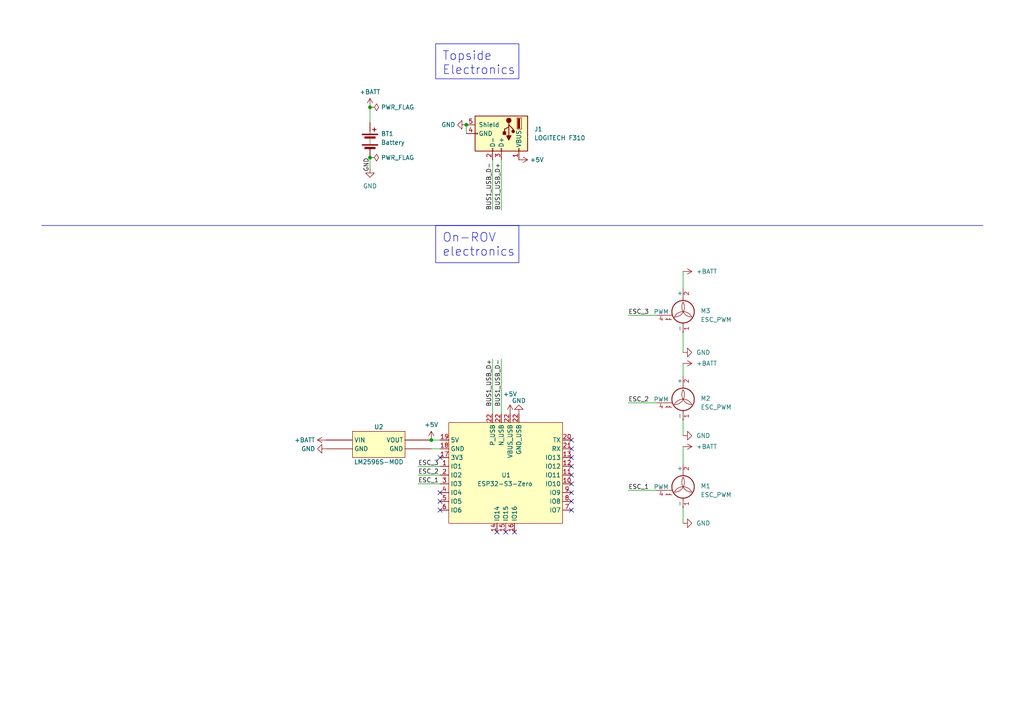
<source format=kicad_sch>
(kicad_sch (version 20230121) (generator eeschema)
  (paper "A4")
  (title_block (title "DESN1000 ELECTRICAL LAYOUT") (rev "v0.1") (company "Team 2"))
  (lib_symbols
    (symbol "Connector:USB_A" (pin_names (offset 1.016))
      (property "Reference" "J" (at -5.08 11.43 0))
      (property "Value" "USB_A" (at -5.08 8.89 0))
      (symbol "USB_A_0_1"
        (rectangle (start -5.08 -7.62) (end 5.08 7.62) (stroke (width 0.254)) (fill (type background)))
        (circle (center -3.81 2.159) (radius 0.635) (stroke (width 0.254)) (fill (type outline)))
        (rectangle (start -1.524 4.826) (end -4.318 5.334) (fill (type outline)))
        (rectangle (start -1.27 4.572) (end -4.572 5.842))
        (circle (center -0.635 3.429) (radius 0.381) (stroke (width 0.254)) (fill (type outline)))
        (rectangle (start -0.127 -7.62) (end 0.127 -6.858))
        (polyline (pts (xy -3.175 2.159) (xy -2.54 2.159) (xy -1.27 3.429) (xy -0.635 3.429)) (stroke (width 0.254)))
        (polyline (pts (xy -2.54 2.159) (xy -1.905 2.159) (xy -1.27 0.889) (xy 0 0.889)) (stroke (width 0.254)))
        (polyline (pts (xy 0.635 2.794) (xy 0.635 1.524) (xy 1.905 2.159) (xy 0.635 2.794)) (stroke (width 0.254)) (fill (type outline)))
        (rectangle (start 0.254 1.27) (end -0.508 0.508) (stroke (width 0.254)) (fill (type outline)))
        (rectangle (start 5.08 -2.667) (end 4.318 -2.413))
        (rectangle (start 5.08 -0.127) (end 4.318 0.127))
        (rectangle (start 5.08 4.953) (end 4.318 5.207))
      )
      (symbol "USB_A_1_1"
        (polyline (pts (xy -1.905 2.159) (xy 0.635 2.159)) (stroke (width 0.254)))
        (pin power_in line (at 7.62 5.08 180) (length 2.54) (name "VBUS") (number "1"))
        (pin bidirectional line (at 7.62 -2.54 180) (length 2.54) (name "D-") (number "2"))
        (pin bidirectional line (at 7.62 0 180) (length 2.54) (name "D+") (number "3"))
        (pin power_in line (at 0 -10.16 90) (length 2.54) (name "GND") (number "4"))
        (pin passive line (at -2.54 -10.16 90) (length 2.54) (name "Shield") (number "5"))
      )
    )
    (symbol "Device:Battery" (pin_numbers hide) (pin_names (offset 0) hide)
      (property "Reference" "BT" (at 2.54 2.54 0))
      (property "Value" "Battery" (at 2.54 0 0))
      (symbol "Battery_0_1"
        (rectangle (start -2.286 -1.27) (end 2.286 -1.524) (fill (type outline)))
        (rectangle (start -2.286 1.778) (end 2.286 1.524) (fill (type outline)))
        (rectangle (start -1.524 -2.032) (end 1.524 -2.54) (fill (type outline)))
        (rectangle (start -1.524 1.016) (end 1.524 0.508) (fill (type outline)))
        (polyline (pts (xy 0 -1.016) (xy 0 -0.762)))
        (polyline (pts (xy 0 -0.508) (xy 0 -0.254)))
        (polyline (pts (xy 0 0) (xy 0 0.254)))
        (polyline (pts (xy 0 1.778) (xy 0 2.54)))
        (polyline (pts (xy 0.762 3.048) (xy 1.778 3.048)) (stroke (width 0.254)))
        (polyline (pts (xy 1.27 3.556) (xy 1.27 2.54)) (stroke (width 0.254)))
      )
      (symbol "Battery_1_1"
        (pin passive line (at 0 5.08 270) (length 2.54) (name "+") (number "1"))
        (pin passive line (at 0 -5.08 90) (length 2.54) (name "-") (number "2"))
      )
    )
    (symbol "PROJECT_SYM:ESC_PWM" (pin_names (offset 0))
      (property "Reference" "M" (at 2.54 5.08 0))
      (property "Value" "ESC_PWM" (at 2.54 -2.54 0))
      (symbol "ESC_PWM_0_1"
        (arc (start -2.54 -0.508) (mid 0.0028 0.9121) (end 0 3.81))
        (polyline (pts (xy -5.08 0) (xy -3.0988 0)))
        (polyline (pts (xy 0 -5.08) (xy 0 -4.572)))
        (polyline (pts (xy 0 -2.2352) (xy 0 -2.6416)))
        (polyline (pts (xy 0 4.2672) (xy 0 4.6228)))
        (polyline (pts (xy 0 4.572) (xy 0 5.08)))
        (polyline (pts (xy -5.08 -1.27) (xy -4.826 -1.27) (xy -4.826 -1.016) (xy -4.572 -1.016) (xy -4.572 -1.27) (xy -4.064 -1.27) (xy -4.064 -1.016) (xy -3.81 -1.016) (xy -3.81 -1.27) (xy -3.302 -1.27)))
        (circle (center 0 1.016) (radius 3.2512) (stroke (width 0.254)))
        (arc (start 0 3.81) (mid 0.053 0.921) (end 2.54 -0.508))
        (arc (start 2.54 -0.508) (mid 0 1.0618) (end -2.54 -0.508))
      )
      (symbol "ESC_PWM_1_1"
        (pin passive line (at 0 -5.08 90) (length 2.54) (name "-") (number "1"))
        (pin input line (at 0 7.62 270) (length 2.54) (name "+") (number "2"))
        (pin input line (at -7.62 0 0) (length 2.54) (name "PWM") (number "4"))
      )
    )
    (symbol "PROJECT_SYM:ESP32-S3-Zero"
      (property "Reference" "U" (at 0 0 0))
      (property "Value" "ESP32-S3-Zero" (at 0 -2.54 0))
      (symbol "ESP32-S3-Zero_1_1"
        (rectangle (start -16.51 15.24) (end 16.51 -13.97) (fill (type background)))
        (pin bidirectional line (at -19.05 2.54 0) (length 2.54) (name "IO1") (number "1"))
        (pin bidirectional line (at 19.05 -2.54 180) (length 2.54) (name "IO10") (number "10"))
        (pin bidirectional line (at 19.05 0 180) (length 2.54) (name "IO11") (number "11"))
        (pin bidirectional line (at 19.05 2.54 180) (length 2.54) (name "IO12") (number "12"))
        (pin bidirectional line (at 19.05 5.08 180) (length 2.54) (name "IO13") (number "13"))
        (pin bidirectional line (at -2.54 -16.51 90) (length 2.54) (name "IO14") (number "14"))
        (pin bidirectional line (at 0 -16.51 90) (length 2.54) (name "IO15") (number "15"))
        (pin bidirectional line (at 2.54 -16.51 90) (length 2.54) (name "IO16") (number "16"))
        (pin power_in line (at -19.05 5.08 0) (length 2.54) (name "3V3") (number "17"))
        (pin power_in line (at -19.05 7.62 0) (length 2.54) (name "GND") (number "18"))
        (pin power_in line (at -19.05 10.16 0) (length 2.54) (name "5V") (number "19"))
        (pin bidirectional line (at -19.05 0 0) (length 2.54) (name "IO2") (number "2"))
        (pin output line (at 19.05 10.16 180) (length 2.54) (name "TX") (number "20"))
        (pin input line (at 19.05 7.62 180) (length 2.54) (name "RX") (number "21"))
        (pin power_in line (at 3.81 17.78 270) (length 2.54) (name "GND_USB") (number "22"))
        (pin bidirectional line (at -1.27 17.78 270) (length 2.54) (name "N_USB") (number "22"))
        (pin bidirectional line (at -3.81 17.78 270) (length 2.54) (name "P_USB") (number "22"))
        (pin power_in line (at 1.27 17.78 270) (length 2.54) (name "VBUS_USB") (number "22"))
        (pin bidirectional line (at -19.05 -2.54 0) (length 2.54) (name "IO3") (number "3"))
        (pin bidirectional line (at -19.05 -5.08 0) (length 2.54) (name "IO4") (number "4"))
        (pin bidirectional line (at -19.05 -7.62 0) (length 2.54) (name "IO5") (number "5"))
        (pin bidirectional line (at -19.05 -10.16 0) (length 2.54) (name "IO6") (number "6"))
        (pin bidirectional line (at 19.05 -10.16 180) (length 2.54) (name "IO7") (number "7"))
        (pin bidirectional line (at 19.05 -7.62 180) (length 2.54) (name "IO8") (number "8"))
        (pin bidirectional line (at 19.05 -5.08 180) (length 2.54) (name "IO9") (number "9"))
      )
    )
    (symbol "PROJECT_SYM:LM2596S-MOD"
      (property "Reference" "U" (at 0 -5.08 0))
      (property "Value" "LM2596S-MOD" (at 0 -7.62 0))
      (symbol "LM2596S-MOD_1_1"
        (rectangle (start -7.62 3.81) (end 7.62 -3.81) (fill (type background)))
        (pin power_in line (at -15.24 -1.27 0) (length 7.62) (name "GND") (number ""))
        (pin power_out line (at 15.24 -1.27 180) (length 7.62) (name "GND") (number ""))
        (pin power_in line (at -15.24 1.27 0) (length 7.62) (name "VIN") (number ""))
        (pin power_out line (at 15.24 1.27 180) (length 7.62) (name "VOUT") (number ""))
      )
    )
    (symbol "power:+5V" (power) (pin_names (offset 0))
      (property "Value" "+5V" (at 0 3.556 0))
      (symbol "+5V_0_1"
        (polyline (pts (xy -0.762 1.27) (xy 0 2.54)))
        (polyline (pts (xy 0 0) (xy 0 2.54)))
        (polyline (pts (xy 0 2.54) (xy 0.762 1.27)))
      )
      (symbol "+5V_1_1"
        (pin power_in line (at 0 0 90) (length 0) hide (name "+5V") (number "1"))
      )
    )
    (symbol "power:+BATT" (power) (pin_names (offset 0))
      (property "Value" "+BATT" (at 0 3.556 0))
      (symbol "+BATT_0_1"
        (polyline (pts (xy -0.762 1.27) (xy 0 2.54)))
        (polyline (pts (xy 0 0) (xy 0 2.54)))
        (polyline (pts (xy 0 2.54) (xy 0.762 1.27)))
      )
      (symbol "+BATT_1_1"
        (pin power_in line (at 0 0 90) (length 0) hide (name "+BATT") (number "1"))
      )
    )
    (symbol "power:GND" (power) (pin_names (offset 0))
      (property "Value" "GND" (at 0 -3.81 0))
      (symbol "GND_0_1"
        (polyline (pts (xy 0 0) (xy 0 -1.27) (xy 1.27 -1.27) (xy 0 -2.54) (xy -1.27 -1.27) (xy 0 -1.27)))
      )
      (symbol "GND_1_1"
        (pin power_in line (at 0 0 270) (length 0) hide (name "GND") (number "1"))
      )
    )
    (symbol "power:PWR_FLAG" (power) (pin_numbers hide) (pin_names (offset 0) hide)
      (property "Value" "PWR_FLAG" (at 0 3.81 0))
      (symbol "PWR_FLAG_0_0"
        (pin power_out line (at 0 0 90) (length 0) (name "pwr") (number "1"))
      )
      (symbol "PWR_FLAG_0_1"
        (polyline (pts (xy 0 0) (xy 0 1.27) (xy -1.016 1.905) (xy 0 2.54) (xy 1.016 1.905) (xy 0 1.27)))
      )
    )
  )
  (junction (at 107.315 31.115))
  (junction (at 107.315 45.72))
  (junction (at 135.255 36.195))
  (junction (at 125.095 127.635))
  (no_connect (at 165.735 147.955))
  (no_connect (at 146.685 154.305))
  (no_connect (at 127.635 142.875))
  (no_connect (at 149.225 154.305))
  (no_connect (at 127.635 132.715))
  (no_connect (at 165.735 127.635))
  (no_connect (at 144.145 154.305))
  (no_connect (at 165.735 135.255))
  (no_connect (at 165.735 130.175))
  (no_connect (at 165.735 140.335))
  (no_connect (at 165.735 145.415))
  (no_connect (at 127.635 147.955))
  (no_connect (at 165.735 137.795))
  (no_connect (at 165.735 142.875))
  (no_connect (at 127.635 145.415))
  (no_connect (at 165.735 132.715))
  (wire (pts (xy 107.315 31.115) (xy 107.315 35.56)))
  (wire (pts (xy 182.245 142.24) (xy 190.5 142.24)))
  (wire (pts (xy 121.285 135.255) (xy 127.635 135.255)))
  (wire (pts (xy 107.315 48.895) (xy 107.315 45.72)))
  (wire (pts (xy 125.095 130.175) (xy 127.635 130.175)))
  (wire (pts (xy 182.245 116.84) (xy 190.5 116.84)))
  (wire (pts (xy 198.12 78.74) (xy 198.12 83.82)))
  (wire (pts (xy 125.095 127.635) (xy 127.635 127.635)))
  (wire (pts (xy 198.12 126.365) (xy 198.12 121.92)))
  (wire (pts (xy 135.255 36.195) (xy 135.255 38.735)))
  (wire (pts (xy 198.12 105.41) (xy 198.12 109.22)))
  (wire (pts (xy 121.285 137.795) (xy 127.635 137.795)))
  (wire (pts (xy 142.875 104.14) (xy 142.875 120.015)))
  (wire (pts (xy 198.12 151.765) (xy 198.12 147.32)))
  (wire (pts (xy 145.415 46.355) (xy 145.415 60.96)))
  (wire (pts (xy 145.415 104.14) (xy 145.415 120.015)))
  (wire (pts (xy 198.12 102.235) (xy 198.12 96.52)))
  (wire (pts (xy 142.875 60.96) (xy 142.875 46.355)))
  (wire (pts (xy 198.12 129.54) (xy 198.12 134.62)))
  (wire (pts (xy 121.285 140.335) (xy 127.635 140.335)))
  (wire (pts (xy 182.245 91.44) (xy 190.5 91.44)))
  (rectangle (start 12.065 65.405) (end 285.115 65.405))
  (text_box "On-ROV electronics" (at 126.365 65.405 0) (size 24.13 10.795) (effects (font (size 2.54 2.54)) (justify left top)))
  (text_box "Topside Electronics" (at 126.365 12.7 0) (size 24.13 10.16) (effects (font (size 2.54 2.54)) (justify left top)))
  (label "GND" (at 107.315 45.72 270))
  (label "BUS1_USB_D-" (at 142.875 60.96 90))
  (label "BUS1_USB_D+" (at 145.415 60.96 90))
  (label "ESC_1" (at 121.285 140.335 0))
  (label "BUS1_USB_D-" (at 145.415 104.14 270))
  (label "ESC_2" (at 182.245 116.84 0))
  (label "ESC_3" (at 121.285 135.255 0))
  (label "ESC_3" (at 182.245 91.44 0))
  (label "ESC_2" (at 121.285 137.795 0))
  (label "ESC_1" (at 182.245 142.24 0))
  (label "BUS1_USB_D+" (at 142.875 104.14 270))
  (symbol (lib_id "PROJECT_SYM:LM2596S-MOD") (at 109.855 128.905 0) (unit 1)
    (property "Reference" "U2" (at 109.855 123.825 0))
    (property "Value" "LM2596S-MOD" (at 109.855 133.985 0))
  )
  (symbol (lib_id "power:PWR_FLAG") (at 107.315 31.115 270) (unit 1)
    (property "Reference" "#FLG01" (effects hide))
    (property "Value" "PWR_FLAG" (at 110.49 31.115 90) (effects (justify left)))
  )
  (symbol (lib_id "power:GND") (at 198.12 126.365 90) (unit 1)
    (property "Reference" "#PWR08" (effects hide))
    (property "Value" "GND" (at 201.93 126.365 90) (effects (justify right)))
  )
  (symbol (lib_id "power:+5V") (at 125.095 127.635 0) (unit 1)
    (property "Reference" "#PWR03" (effects hide))
    (property "Value" "+5V" (at 125.095 123.19 0))
  )
  (symbol (lib_id "power:+BATT") (at 198.12 78.74 270) (unit 1)
    (property "Reference" "#PWR012" (effects hide))
    (property "Value" "+BATT" (at 201.93 78.74 90) (effects (justify left)))
  )
  (symbol (lib_id "power:+BATT") (at 198.12 105.41 270) (unit 1)
    (property "Reference" "#PWR011" (effects hide))
    (property "Value" "+BATT" (at 201.93 105.41 90) (effects (justify left)))
  )
  (symbol (lib_id "power:+BATT") (at 94.615 127.635 90) (unit 1)
    (property "Reference" "#PWR013" (effects hide))
    (property "Value" "+BATT" (at 91.44 127.635 90) (effects (justify left)))
  )
  (symbol (lib_id "power:+BATT") (at 107.315 31.115 0) (unit 1)
    (property "Reference" "#PWR02" (effects hide))
    (property "Value" "+BATT" (at 107.315 26.67 0))
  )
  (symbol (lib_id "power:+5V") (at 147.955 120.015 0) (unit 1)
    (property "Reference" "#PWR05" (effects hide))
    (property "Value" "+5V" (at 147.955 114.3 0))
  )
  (symbol (lib_id "power:GND") (at 150.495 120.015 180) (unit 1)
    (property "Reference" "#PWR015" (effects hide))
    (property "Value" "GND" (at 150.495 116.205 0))
  )
  (symbol (lib_id "PROJECT_SYM:ESC_PWM") (at 198.12 91.44 0) (unit 1)
    (property "Reference" "M3" (at 203.2 90.17 0) (effects (justify left)))
    (property "Value" "ESC_PWM" (at 203.2 92.71 0) (effects (justify left)))
    (property "Datasheet" "http://www.formfactors.org/developer%5Cspecs%5Crev1_2_public.pdf" (effects hide))
  )
  (symbol (lib_id "power:GND") (at 107.315 48.895 0) (unit 1)
    (property "Reference" "#PWR01" (effects hide))
    (property "Value" "GND" (at 107.315 53.975 0))
  )
  (symbol (lib_id "PROJECT_SYM:ESP32-S3-Zero") (at 146.685 137.795 0) (unit 1)
    (property "Reference" "U1" (at 145.415 137.795 0) (effects (justify left)))
    (property "Value" "ESP32-S3-Zero" (at 138.43 140.335 0) (effects (justify left)))
    (property "Datasheet" "https://files.waveshare.com/wiki/ESP32-S3-Zero/ESP32-S3-Zero-Sch.pdf" (effects hide))
  )
  (symbol (lib_id "power:+5V") (at 150.495 46.355 270) (unit 1)
    (property "Reference" "#PWR06" (effects hide))
    (property "Value" "+5V" (at 153.67 46.355 90) (effects (justify left)))
  )
  (symbol (lib_id "Device:Battery") (at 107.315 40.64 0) (unit 1)
    (property "Reference" "BT1" (at 110.49 38.7985 0) (effects (justify left)))
    (property "Value" "Battery" (at 110.49 41.3385 0) (effects (justify left)))
  )
  (symbol (lib_id "power:GND") (at 198.12 102.235 90) (unit 1)
    (property "Reference" "#PWR09" (effects hide))
    (property "Value" "GND" (at 201.93 102.235 90) (effects (justify right)))
  )
  (symbol (lib_id "Connector:USB_A") (at 145.415 38.735 270) (unit 1)
    (property "Reference" "J1" (at 154.94 37.465 90) (effects (justify left)))
    (property "Value" "LOGITECH F310" (at 154.94 40.005 90) (effects (justify left)))
    (property "Datasheet" " ~" (effects hide))
  )
  (symbol (lib_id "power:GND") (at 135.255 36.195 270) (unit 1)
    (property "Reference" "#PWR04" (effects hide))
    (property "Value" "GND" (at 132.08 36.195 90) (effects (justify right)))
  )
  (symbol (lib_id "PROJECT_SYM:ESC_PWM") (at 198.12 142.24 0) (unit 1)
    (property "Reference" "M1" (at 203.2 140.97 0) (effects (justify left)))
    (property "Value" "ESC_PWM" (at 203.2 143.51 0) (effects (justify left)))
    (property "Datasheet" "http://www.formfactors.org/developer%5Cspecs%5Crev1_2_public.pdf" (effects hide))
  )
  (symbol (lib_id "PROJECT_SYM:ESC_PWM") (at 198.12 116.84 0) (unit 1)
    (property "Reference" "M2" (at 203.2 115.57 0) (effects (justify left)))
    (property "Value" "ESC_PWM" (at 203.2 118.11 0) (effects (justify left)))
    (property "Datasheet" "http://www.formfactors.org/developer%5Cspecs%5Crev1_2_public.pdf" (effects hide))
  )
  (symbol (lib_id "power:GND") (at 94.615 130.175 270) (unit 1)
    (property "Reference" "#PWR014" (effects hide))
    (property "Value" "GND" (at 91.44 130.175 90) (effects (justify right)))
  )
  (symbol (lib_id "power:+BATT") (at 198.12 129.54 270) (unit 1)
    (property "Reference" "#PWR010" (effects hide))
    (property "Value" "+BATT" (at 201.93 129.54 90) (effects (justify left)))
  )
  (symbol (lib_id "power:PWR_FLAG") (at 107.315 45.72 270) (unit 1)
    (property "Reference" "#FLG02" (effects hide))
    (property "Value" "PWR_FLAG" (at 110.49 45.72 90) (effects (justify left)))
  )
  (symbol (lib_id "power:GND") (at 198.12 151.765 90) (unit 1)
    (property "Reference" "#PWR07" (effects hide))
    (property "Value" "GND" (at 201.93 151.765 90) (effects (justify right)))
  )
)
</source>
